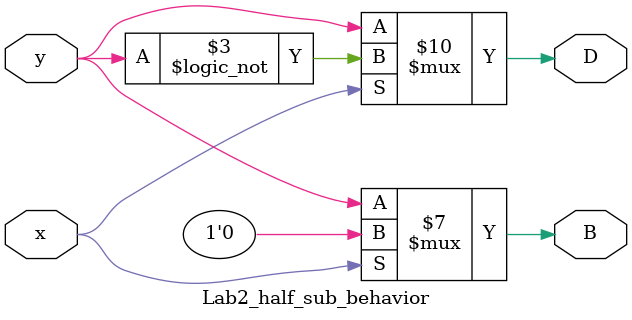
<source format=v>
module Lab2_half_sub_behavior(output reg D,B,input x,y);
	always @(x or y)
		if(x==0) D=y;
		else D=!y;
	always @(x or y)
		if(x==0) B=y;
		else B=1'b0;
endmodule

</source>
